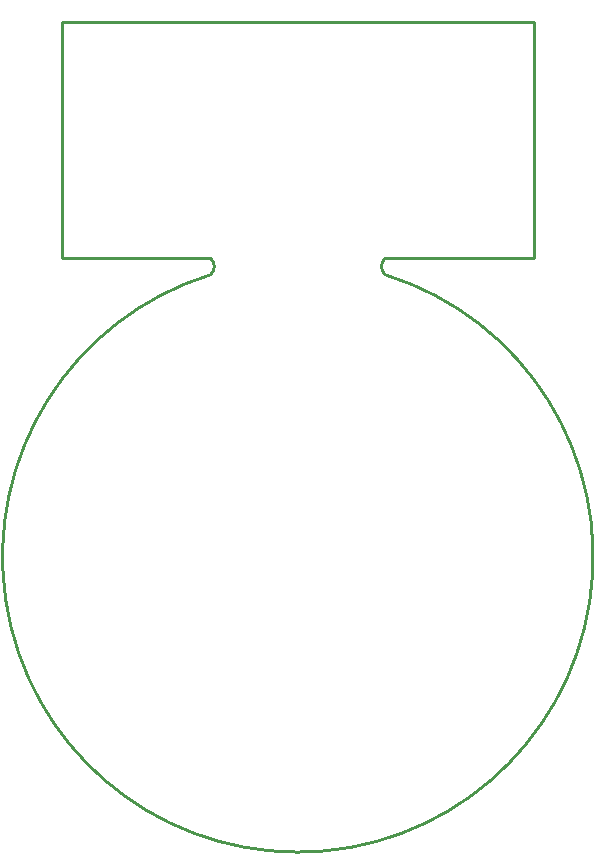
<source format=gm1>
G04*
G04 #@! TF.GenerationSoftware,Altium Limited,Altium Designer,20.0.1 (14)*
G04*
G04 Layer_Color=16711935*
%FSLAX25Y25*%
%MOIN*%
G70*
G01*
G75*
%ADD15C,0.01000*%
D15*
X29000Y99500D02*
G03*
X29016Y94051I2732J-2717D01*
G01*
X-29016D02*
G03*
X-29000Y99500I-2717J2732D01*
G01*
X-29016Y94051D02*
G03*
X29181Y94000I29016J-94051D01*
G01*
X-78742Y99500D02*
X-29000D01*
X29000D02*
X78739D01*
Y178220D01*
X78758Y178240D01*
X-78722D02*
X78758D01*
X-78742Y178220D02*
X-78722Y178240D01*
X-78742Y99500D02*
Y178220D01*
X29000Y99500D02*
G03*
X29016Y94051I2732J-2717D01*
G01*
X-29016D02*
G03*
X-29000Y99500I-2717J2732D01*
G01*
X-29016Y94051D02*
G03*
X29181Y94000I29016J-94051D01*
G01*
X-78742Y99500D02*
X-29000D01*
X29000D02*
X78739D01*
Y178220D01*
X78758Y178240D01*
X-78722D02*
X78758D01*
X-78742Y178220D02*
X-78722Y178240D01*
X-78742Y99500D02*
Y178220D01*
M02*

</source>
